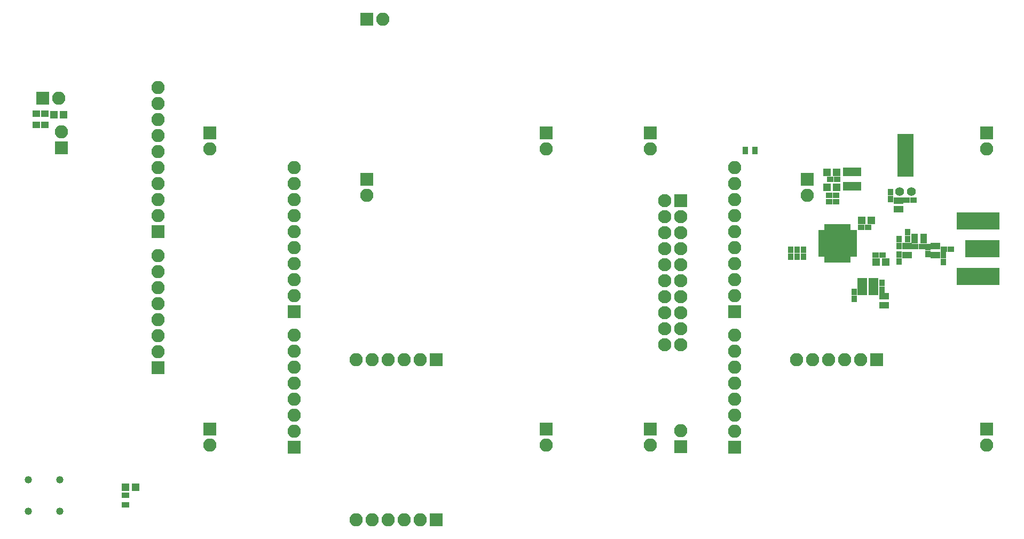
<source format=gbr>
G04 #@! TF.FileFunction,Soldermask,Top*
%FSLAX46Y46*%
G04 Gerber Fmt 4.6, Leading zero omitted, Abs format (unit mm)*
G04 Created by KiCad (PCBNEW 4.0.5) date 04/12/17 15:12:10*
%MOMM*%
%LPD*%
G01*
G04 APERTURE LIST*
%ADD10C,0.100000*%
%ADD11R,5.480000X2.690000*%
%ADD12R,6.880000X2.820000*%
%ADD13R,1.225500X0.654000*%
%ADD14R,0.654000X1.225500*%
%ADD15R,0.654000X1.670000*%
%ADD16R,2.125000X2.125000*%
%ADD17R,2.100000X2.100000*%
%ADD18O,2.100000X2.100000*%
%ADD19C,2.100000*%
%ADD20R,1.200000X1.150000*%
%ADD21R,0.900000X1.000000*%
%ADD22R,1.000000X0.900000*%
%ADD23R,1.200000X1.200000*%
%ADD24R,1.200000X1.000000*%
%ADD25R,2.940000X1.421080*%
%ADD26R,0.999440X1.598880*%
%ADD27R,1.598880X0.999440*%
%ADD28C,1.187400*%
%ADD29R,1.300000X0.900000*%
%ADD30R,0.900000X1.300000*%
%ADD31R,1.550000X1.400000*%
%ADD32C,1.400000*%
%ADD33R,2.600000X6.900000*%
G04 APERTURE END LIST*
D10*
D11*
X155199500Y48069500D03*
D12*
X154499500Y43689500D03*
X154499500Y52449500D03*
D13*
X129743200Y50645000D03*
X129743200Y50145000D03*
X129743200Y49645000D03*
X129743200Y49145000D03*
X129743200Y48645000D03*
X129743200Y48145000D03*
X129743200Y47645000D03*
X129743200Y47145000D03*
D14*
X130457000Y46431200D03*
X130957000Y46431200D03*
X131457000Y46431200D03*
X131957000Y46431200D03*
X132457000Y46431200D03*
X132957000Y46431200D03*
X133457000Y46431200D03*
X133957000Y46431200D03*
D13*
X134670800Y47145000D03*
X134670800Y47645000D03*
X134670800Y48145000D03*
X134670800Y48645000D03*
X134670800Y49145000D03*
X134670800Y49645000D03*
X134670800Y50145000D03*
X134670800Y50645000D03*
D14*
X133957000Y51358800D03*
X133457000Y51358800D03*
X132957000Y51358800D03*
X132457000Y51358800D03*
X131957000Y51358800D03*
X131457000Y51358800D03*
D15*
X130937000Y51130200D03*
D14*
X130457000Y51358800D03*
D16*
X133069500Y48032500D03*
X133069500Y49757500D03*
X131344500Y48032500D03*
X131344500Y49757500D03*
D17*
X57594500Y59055000D03*
D18*
X57594500Y56515000D03*
D17*
X32702500Y66421000D03*
D18*
X32702500Y63881000D03*
D17*
X127444500Y59055000D03*
D18*
X127444500Y56515000D03*
D17*
X107378500Y55689500D03*
D19*
X104838500Y55689500D03*
X107378500Y53149500D03*
X104838500Y53149500D03*
X107378500Y50609500D03*
X104838500Y50609500D03*
X107378500Y48069500D03*
X104838500Y48069500D03*
X107378500Y45529500D03*
X104838500Y45529500D03*
X107378500Y42989500D03*
X104838500Y42989500D03*
X107378500Y40449500D03*
X104838500Y40449500D03*
X107378500Y37909500D03*
X104838500Y37909500D03*
X107378500Y35369500D03*
X104838500Y35369500D03*
X107378500Y32829500D03*
X104838500Y32829500D03*
D17*
X9144000Y64071500D03*
D18*
X9144000Y66611500D03*
D17*
X107378500Y16637000D03*
D18*
X107378500Y19177000D03*
D20*
X7949500Y69342000D03*
X9449500Y69342000D03*
D21*
X124777500Y46821000D03*
X124777500Y47921000D03*
X125793500Y46821000D03*
X125793500Y47921000D03*
X126809500Y46821000D03*
X126809500Y47921000D03*
D22*
X131995000Y55499000D03*
X130895000Y55499000D03*
D20*
X132068000Y57785000D03*
X130568000Y57785000D03*
D22*
X131995000Y56515000D03*
X130895000Y56515000D03*
X132122000Y59055000D03*
X131022000Y59055000D03*
D20*
X132068000Y60198000D03*
X130568000Y60198000D03*
X137529000Y52578000D03*
X136029000Y52578000D03*
D22*
X137075000Y51435000D03*
X135975000Y51435000D03*
X139361000Y47066200D03*
X138261000Y47066200D03*
D21*
X134848600Y40077300D03*
X134848600Y41177300D03*
X139265660Y41530180D03*
X139265660Y42630180D03*
D22*
X143150500Y55753000D03*
X144250500Y55753000D03*
D21*
X140589000Y55965000D03*
X140589000Y57065000D03*
X143319500Y49615000D03*
X143319500Y50715000D03*
X141986000Y48472000D03*
X141986000Y49572000D03*
X141986000Y46059000D03*
X141986000Y47159000D03*
D22*
X145584000Y48387000D03*
X144484000Y48387000D03*
D21*
X146558000Y48302000D03*
X146558000Y47202000D03*
X148971000Y45932000D03*
X148971000Y47032000D03*
D22*
X150156000Y48006000D03*
X149056000Y48006000D03*
D23*
X20866000Y10172700D03*
X19266000Y10172700D03*
D24*
X6540500Y69430000D03*
X6540500Y67730000D03*
X5143500Y67730000D03*
X5143500Y69430000D03*
D17*
X57594500Y84455000D03*
D18*
X60134500Y84455000D03*
D17*
X32702500Y19431000D03*
D18*
X32702500Y16891000D03*
D17*
X86042500Y19431000D03*
D18*
X86042500Y16891000D03*
D17*
X86042500Y66421000D03*
D18*
X86042500Y63881000D03*
D17*
X155829000Y66421000D03*
D18*
X155829000Y63881000D03*
D17*
X155829000Y19431000D03*
D18*
X155829000Y16891000D03*
D17*
X102489000Y19431000D03*
D18*
X102489000Y16891000D03*
D17*
X102489000Y66421000D03*
D18*
X102489000Y63881000D03*
D25*
X134556500Y57972960D03*
X134556500Y60264040D03*
D26*
X145862040Y49657000D03*
X144459960Y49657000D03*
D27*
X141922500Y54289960D03*
X141922500Y55692040D03*
X139573000Y39113460D03*
X139573000Y40515540D03*
X143256000Y48453040D03*
X143256000Y47050960D03*
X147701000Y47050960D03*
X147701000Y48453040D03*
D28*
X3848100Y11391900D03*
X8851900Y11391900D03*
X8851900Y6388100D03*
X3848100Y6388100D03*
D29*
X19304000Y8941500D03*
X19304000Y7441500D03*
D30*
X119114000Y63627000D03*
X117614000Y63627000D03*
D31*
X136158000Y41349700D03*
X137908000Y41349700D03*
X137908000Y42749700D03*
X136158000Y42749700D03*
D32*
X143954500Y57150000D03*
X142054500Y57150000D03*
D33*
X143004500Y62900000D03*
D20*
X139815000Y45923200D03*
X138315000Y45923200D03*
D17*
X115887500Y38100000D03*
D18*
X115887500Y40640000D03*
X115887500Y43180000D03*
X115887500Y45720000D03*
X115887500Y48260000D03*
X115887500Y50800000D03*
X115887500Y53340000D03*
X115887500Y55880000D03*
X115887500Y58420000D03*
X115887500Y60960000D03*
D17*
X68580000Y30480000D03*
D18*
X66040000Y30480000D03*
X63500000Y30480000D03*
X60960000Y30480000D03*
X58420000Y30480000D03*
X55880000Y30480000D03*
D17*
X68580000Y5080000D03*
D18*
X66040000Y5080000D03*
X63500000Y5080000D03*
X60960000Y5080000D03*
X58420000Y5080000D03*
X55880000Y5080000D03*
D17*
X138430000Y30480000D03*
D18*
X135890000Y30480000D03*
X133350000Y30480000D03*
X130810000Y30480000D03*
X128270000Y30480000D03*
X125730000Y30480000D03*
D17*
X46037500Y16573500D03*
D18*
X46037500Y19113500D03*
X46037500Y21653500D03*
X46037500Y24193500D03*
X46037500Y26733500D03*
X46037500Y29273500D03*
X46037500Y31813500D03*
X46037500Y34353500D03*
D17*
X24447500Y29210000D03*
D18*
X24447500Y31750000D03*
X24447500Y34290000D03*
X24447500Y36830000D03*
X24447500Y39370000D03*
X24447500Y41910000D03*
X24447500Y44450000D03*
X24447500Y46990000D03*
D17*
X115887500Y16573500D03*
D18*
X115887500Y19113500D03*
X115887500Y21653500D03*
X115887500Y24193500D03*
X115887500Y26733500D03*
X115887500Y29273500D03*
X115887500Y31813500D03*
X115887500Y34353500D03*
D17*
X46037500Y38100000D03*
D18*
X46037500Y40640000D03*
X46037500Y43180000D03*
X46037500Y45720000D03*
X46037500Y48260000D03*
X46037500Y50800000D03*
X46037500Y53340000D03*
X46037500Y55880000D03*
X46037500Y58420000D03*
X46037500Y60960000D03*
D17*
X24447500Y50736500D03*
D18*
X24447500Y53276500D03*
X24447500Y55816500D03*
X24447500Y58356500D03*
X24447500Y60896500D03*
X24447500Y63436500D03*
X24447500Y65976500D03*
X24447500Y68516500D03*
X24447500Y71056500D03*
X24447500Y73596500D03*
D17*
X6197600Y71907400D03*
D18*
X8737600Y71907400D03*
M02*

</source>
